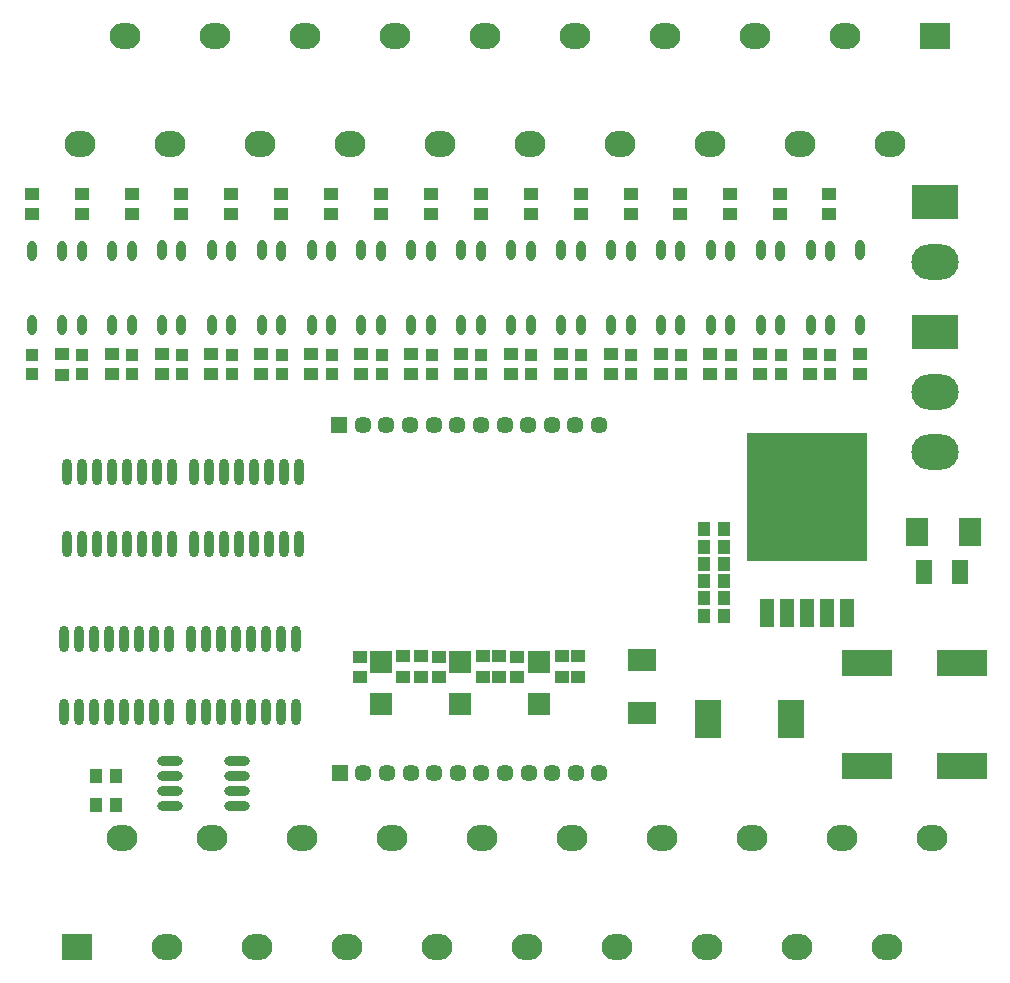
<source format=gts>
G04*
G04 #@! TF.GenerationSoftware,Altium Limited,Altium Designer,19.0.4 (130)*
G04*
G04 Layer_Color=8388736*
%FSTAX24Y24*%
%MOIN*%
G70*
G01*
G75*
%ADD32O,0.0316X0.0887*%
%ADD33O,0.0867X0.0316*%
%ADD34R,0.0384X0.0513*%
%ADD35R,0.0552X0.0797*%
%ADD36R,0.0780X0.0930*%
%ADD37R,0.1655X0.0867*%
%ADD38R,0.0867X0.1261*%
%ADD39R,0.0930X0.0780*%
%ADD40R,0.0513X0.0384*%
%ADD41R,0.0780X0.0780*%
%ADD42O,0.0316X0.0682*%
%ADD43R,0.0395X0.0395*%
%ADD44R,0.0501X0.0983*%
%ADD45R,0.4017X0.4304*%
%ADD46R,0.1025X0.0867*%
%ADD47O,0.1025X0.0867*%
%ADD48O,0.1576X0.1180*%
%ADD49R,0.1576X0.1180*%
%ADD50C,0.0572*%
%ADD51R,0.0572X0.0572*%
D32*
X00602Y016969D02*
D03*
X00652D02*
D03*
X00702D02*
D03*
X00752D02*
D03*
X00802D02*
D03*
X00852D02*
D03*
X00902D02*
D03*
X00952D02*
D03*
X00602Y019391D02*
D03*
X00652D02*
D03*
X00702D02*
D03*
X00752D02*
D03*
X00802D02*
D03*
X00852D02*
D03*
X00902D02*
D03*
X00952D02*
D03*
X00178Y016969D02*
D03*
X00228D02*
D03*
X00278D02*
D03*
X00328D02*
D03*
X00378D02*
D03*
X00428D02*
D03*
X00478D02*
D03*
X00528D02*
D03*
X00178Y019391D02*
D03*
X00228D02*
D03*
X00278D02*
D03*
X00328D02*
D03*
X00378D02*
D03*
X00428D02*
D03*
X00478D02*
D03*
X00528D02*
D03*
X009433Y013801D02*
D03*
X008933D02*
D03*
X008433D02*
D03*
X007933D02*
D03*
X007433D02*
D03*
X006933D02*
D03*
X006433D02*
D03*
X005933D02*
D03*
X009433Y011379D02*
D03*
X008933D02*
D03*
X008433D02*
D03*
X007933D02*
D03*
X007433D02*
D03*
X006933D02*
D03*
X006433D02*
D03*
X005933D02*
D03*
X005193Y013801D02*
D03*
X004693D02*
D03*
X004193D02*
D03*
X003693D02*
D03*
X003193D02*
D03*
X002693D02*
D03*
X002193D02*
D03*
X001693D02*
D03*
X005193Y011379D02*
D03*
X004693D02*
D03*
X004193D02*
D03*
X003693D02*
D03*
X003193D02*
D03*
X002693D02*
D03*
X002193D02*
D03*
X001693D02*
D03*
D33*
X005227Y00975D02*
D03*
Y00925D02*
D03*
Y00875D02*
D03*
Y00825D02*
D03*
X007453Y00975D02*
D03*
Y00925D02*
D03*
Y00875D02*
D03*
Y00825D02*
D03*
D34*
X002736Y00926D02*
D03*
X003406D02*
D03*
X003414Y00829D02*
D03*
X002744D02*
D03*
X02301Y01459D02*
D03*
X02368D02*
D03*
X02301Y015166D02*
D03*
X02368D02*
D03*
X023677Y015742D02*
D03*
X023007D02*
D03*
X02301Y016318D02*
D03*
X02368D02*
D03*
X02301Y016894D02*
D03*
X02368D02*
D03*
X02301Y01747D02*
D03*
X02368D02*
D03*
D35*
X030357Y01605D02*
D03*
X031543D02*
D03*
D36*
X031886Y01737D02*
D03*
X030114D02*
D03*
D37*
X028455Y01301D02*
D03*
X031605D02*
D03*
Y00959D02*
D03*
X028455D02*
D03*
D38*
X023162Y01116D02*
D03*
X025918D02*
D03*
D39*
X02095Y013126D02*
D03*
Y011354D02*
D03*
D40*
X01678Y013228D02*
D03*
Y012558D02*
D03*
X01357Y01256D02*
D03*
Y01323D02*
D03*
X02823Y02263D02*
D03*
Y0233D02*
D03*
X02656Y02263D02*
D03*
Y0233D02*
D03*
X024897Y02263D02*
D03*
Y0233D02*
D03*
X023233Y02263D02*
D03*
Y0233D02*
D03*
X02157Y02263D02*
D03*
Y0233D02*
D03*
X019907Y02263D02*
D03*
Y0233D02*
D03*
X018243Y02263D02*
D03*
Y0233D02*
D03*
X01658Y02263D02*
D03*
Y0233D02*
D03*
X014917Y02263D02*
D03*
Y0233D02*
D03*
X013253Y02263D02*
D03*
Y0233D02*
D03*
X01159Y02263D02*
D03*
Y0233D02*
D03*
X009927Y02263D02*
D03*
Y0233D02*
D03*
X008263Y02263D02*
D03*
Y0233D02*
D03*
X0066Y02263D02*
D03*
Y0233D02*
D03*
X004937Y02263D02*
D03*
Y0233D02*
D03*
X003273Y02263D02*
D03*
Y0233D02*
D03*
X00161Y022626D02*
D03*
Y023296D02*
D03*
X02556Y028646D02*
D03*
Y027976D02*
D03*
X012253Y028646D02*
D03*
Y027976D02*
D03*
X023897Y028646D02*
D03*
Y027976D02*
D03*
X01059Y028646D02*
D03*
Y027976D02*
D03*
X022233Y028646D02*
D03*
Y027976D02*
D03*
X008927Y028646D02*
D03*
Y027976D02*
D03*
X02057Y028646D02*
D03*
Y027976D02*
D03*
X007263Y028646D02*
D03*
Y027976D02*
D03*
X018907Y028646D02*
D03*
Y027976D02*
D03*
X0056Y028646D02*
D03*
Y027976D02*
D03*
X017243Y028646D02*
D03*
Y027976D02*
D03*
X003937Y028646D02*
D03*
Y027976D02*
D03*
X01558Y028646D02*
D03*
Y027976D02*
D03*
X002273Y028646D02*
D03*
Y027976D02*
D03*
X013917Y028646D02*
D03*
Y027976D02*
D03*
X00061Y028646D02*
D03*
Y027976D02*
D03*
X01155Y012538D02*
D03*
Y013208D02*
D03*
X013Y01256D02*
D03*
Y01323D02*
D03*
X01417Y012538D02*
D03*
Y013208D02*
D03*
X01564Y01256D02*
D03*
Y01323D02*
D03*
X0272Y028646D02*
D03*
Y027976D02*
D03*
X01828Y01256D02*
D03*
Y01323D02*
D03*
X01619D02*
D03*
Y01256D02*
D03*
X01883Y01323D02*
D03*
Y01256D02*
D03*
D41*
X0149Y011632D02*
D03*
Y013032D02*
D03*
X01226Y011632D02*
D03*
Y013032D02*
D03*
X01751D02*
D03*
Y011632D02*
D03*
D42*
X00162Y024273D02*
D03*
X00061Y024263D02*
D03*
Y026743D02*
D03*
X00162Y026753D02*
D03*
X003283Y024273D02*
D03*
X002273Y024263D02*
D03*
Y026743D02*
D03*
X003283Y026753D02*
D03*
X004947Y024283D02*
D03*
X003937Y024273D02*
D03*
Y026753D02*
D03*
X004947Y026763D02*
D03*
X00661Y024283D02*
D03*
X0056Y024273D02*
D03*
Y026753D02*
D03*
X00661Y026763D02*
D03*
X008273Y024283D02*
D03*
X007263Y024273D02*
D03*
Y026753D02*
D03*
X008273Y026763D02*
D03*
X009937Y024283D02*
D03*
X008927Y024273D02*
D03*
Y026753D02*
D03*
X009937Y026763D02*
D03*
X0116Y024283D02*
D03*
X01059Y024273D02*
D03*
Y026753D02*
D03*
X0116Y026763D02*
D03*
X013263Y024283D02*
D03*
X012253Y024273D02*
D03*
Y026753D02*
D03*
X013263Y026763D02*
D03*
X014927Y024283D02*
D03*
X013917Y024273D02*
D03*
Y026753D02*
D03*
X014927Y026763D02*
D03*
X01659Y024283D02*
D03*
X01558Y024273D02*
D03*
Y026753D02*
D03*
X01659Y026763D02*
D03*
X018253Y024283D02*
D03*
X017243Y024273D02*
D03*
Y026753D02*
D03*
X018253Y026763D02*
D03*
X019917Y024283D02*
D03*
X018907Y024273D02*
D03*
Y026753D02*
D03*
X019917Y026763D02*
D03*
X02158Y024283D02*
D03*
X02057Y024273D02*
D03*
Y026753D02*
D03*
X02158Y026763D02*
D03*
X023243Y024283D02*
D03*
X022233Y024273D02*
D03*
Y026753D02*
D03*
X023243Y026763D02*
D03*
X024907Y024283D02*
D03*
X023897Y024273D02*
D03*
Y026753D02*
D03*
X024907Y026763D02*
D03*
X02657Y024283D02*
D03*
X02556Y024273D02*
D03*
Y026753D02*
D03*
X02657Y026763D02*
D03*
X02822Y024283D02*
D03*
X02721Y024273D02*
D03*
Y026753D02*
D03*
X02822Y026763D02*
D03*
D43*
X02721Y022635D02*
D03*
Y023265D02*
D03*
X02558Y022635D02*
D03*
Y023265D02*
D03*
X023917Y022635D02*
D03*
Y023265D02*
D03*
X022253Y022635D02*
D03*
Y023265D02*
D03*
X02059Y022635D02*
D03*
Y023265D02*
D03*
X018927Y022635D02*
D03*
Y023265D02*
D03*
X017263Y022635D02*
D03*
Y023265D02*
D03*
X0156Y022635D02*
D03*
Y023265D02*
D03*
X013937Y022635D02*
D03*
Y023265D02*
D03*
X01061Y022635D02*
D03*
Y023265D02*
D03*
X008947Y022635D02*
D03*
Y023265D02*
D03*
X007283Y022635D02*
D03*
Y023265D02*
D03*
X00562Y022635D02*
D03*
Y023265D02*
D03*
X003957Y022635D02*
D03*
Y023265D02*
D03*
X002293Y022635D02*
D03*
Y023265D02*
D03*
X00063Y022635D02*
D03*
Y023265D02*
D03*
X012273D02*
D03*
Y022635D02*
D03*
D44*
X025121Y01468D02*
D03*
X025791D02*
D03*
X02646D02*
D03*
X027129D02*
D03*
X027799D02*
D03*
D45*
X02646Y01853D02*
D03*
D46*
X030715Y03392D02*
D03*
X00213Y00356D02*
D03*
D47*
X029215Y030298D02*
D03*
X027715Y03392D02*
D03*
X026215Y030298D02*
D03*
X024715Y03392D02*
D03*
X023215Y030298D02*
D03*
X021715Y03392D02*
D03*
X020215Y030298D02*
D03*
X018715Y03392D02*
D03*
X017215Y030298D02*
D03*
X015715Y03392D02*
D03*
X014215Y030298D02*
D03*
X012715Y03392D02*
D03*
X011215Y030298D02*
D03*
X009715Y03392D02*
D03*
X008215Y030298D02*
D03*
X006715Y03392D02*
D03*
X005215Y030298D02*
D03*
X003715Y03392D02*
D03*
X002215Y030298D02*
D03*
X03063Y007182D02*
D03*
X02913Y00356D02*
D03*
X02763Y007182D02*
D03*
X02613Y00356D02*
D03*
X02463Y007182D02*
D03*
X02313Y00356D02*
D03*
X02163Y007182D02*
D03*
X02013Y00356D02*
D03*
X01863Y007182D02*
D03*
X01713Y00356D02*
D03*
X01563Y007182D02*
D03*
X01413Y00356D02*
D03*
X01263Y007182D02*
D03*
X01113Y00356D02*
D03*
X00963Y007182D02*
D03*
X00813Y00356D02*
D03*
X00663Y007182D02*
D03*
X00513Y00356D02*
D03*
X00363Y007182D02*
D03*
D48*
X030715Y02004D02*
D03*
Y02204D02*
D03*
X03071Y02638D02*
D03*
D49*
X030715Y02404D02*
D03*
X03071Y02838D02*
D03*
D50*
X019534Y00934D02*
D03*
X018747D02*
D03*
X01796D02*
D03*
X017172D02*
D03*
X016385D02*
D03*
X015597D02*
D03*
X01481D02*
D03*
X014023D02*
D03*
X013235D02*
D03*
X012448D02*
D03*
X01166D02*
D03*
X011644Y02094D02*
D03*
X012431D02*
D03*
X013219D02*
D03*
X014006D02*
D03*
X014794D02*
D03*
X015581D02*
D03*
X016368D02*
D03*
X017156D02*
D03*
X017943D02*
D03*
X018731D02*
D03*
X019518D02*
D03*
D51*
X010873Y00934D02*
D03*
X010857Y02094D02*
D03*
M02*

</source>
